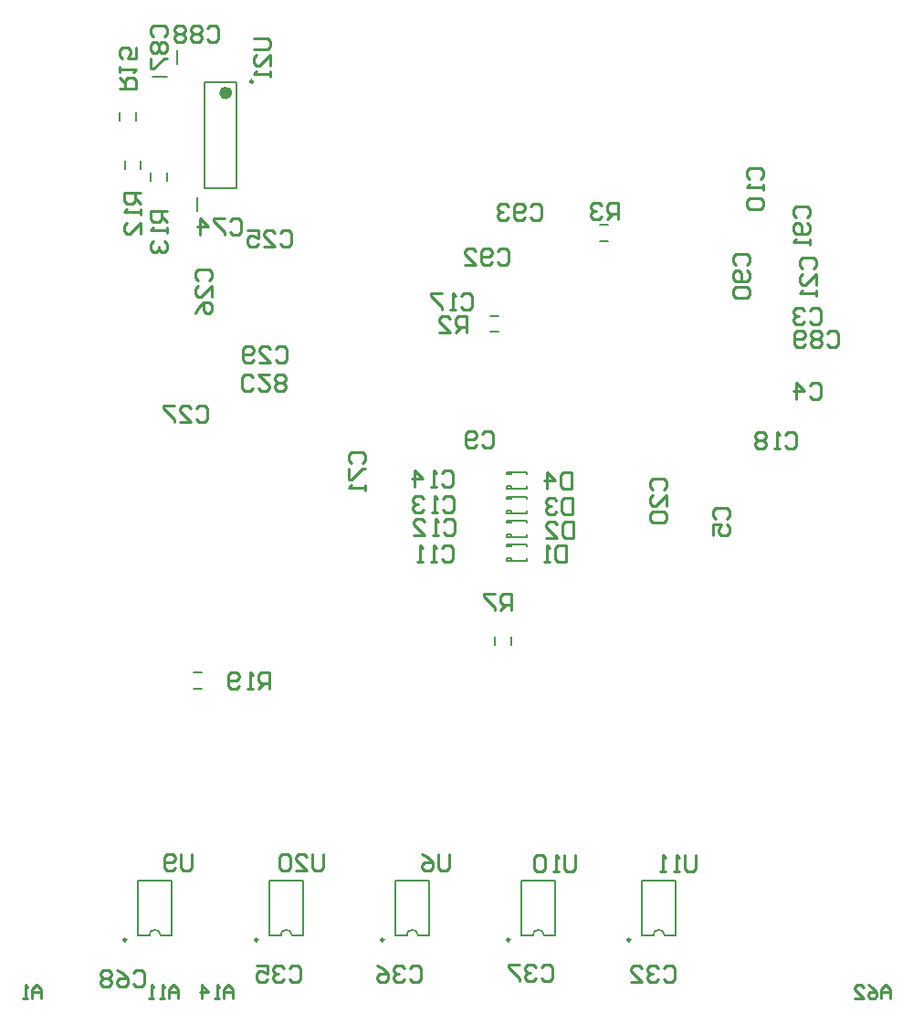
<source format=gbo>
%FSAX25Y25*%
%MOIN*%
G70*
G01*
G75*
G04 Layer_Color=32896*
%ADD10R,0.05118X0.05906*%
%ADD11R,0.10000X0.15000*%
%ADD12O,0.10000X0.15000*%
%ADD13R,0.15000X0.10000*%
%ADD14O,0.15000X0.10000*%
%ADD15R,0.20000X0.09500*%
%ADD16R,0.20000X0.04500*%
%ADD17R,0.04331X0.05512*%
%ADD18R,0.05512X0.04331*%
%ADD19R,0.08661X0.07874*%
%ADD20R,0.04331X0.06693*%
%ADD21R,0.01575X0.08465*%
%ADD22R,0.01575X0.08465*%
%ADD23R,0.06693X0.04331*%
%ADD24R,0.07874X0.08661*%
%ADD25R,0.08000X0.07200*%
%ADD26O,0.06500X0.03000*%
%ADD27R,0.06500X0.03000*%
%ADD28O,0.04000X0.20000*%
%ADD29R,0.01181X0.03169*%
%ADD30R,0.03169X0.01181*%
%ADD31R,0.26378X0.26378*%
%ADD32R,0.06496X0.01181*%
%ADD33R,0.41339X0.33071*%
%ADD34R,0.04134X0.12992*%
%ADD35R,0.33071X0.41339*%
%ADD36R,0.12992X0.04134*%
%ADD37R,0.04331X0.02559*%
%ADD38O,0.07480X0.02362*%
%ADD39C,0.01969*%
%ADD40O,0.02362X0.08661*%
%ADD41R,0.10236X0.05906*%
%ADD42R,0.05100X0.03500*%
%ADD43R,0.05100X0.04700*%
%ADD44R,0.04000X0.16000*%
%ADD45R,0.16000X0.04000*%
%ADD46R,0.05906X0.05118*%
%ADD47O,0.03150X0.00984*%
%ADD48O,0.00984X0.03150*%
%ADD49R,0.10236X0.10236*%
%ADD50C,0.00492*%
%ADD51C,0.03150*%
%ADD52C,0.00787*%
%ADD53C,0.01000*%
%ADD54C,0.01969*%
%ADD55C,0.01181*%
%ADD56C,0.01575*%
%ADD57C,0.02362*%
%ADD58C,0.03937*%
%ADD59C,0.00900*%
%ADD60R,0.05906X0.05906*%
%ADD61C,0.05906*%
%ADD62C,0.05000*%
%ADD63C,0.14961*%
%ADD64C,0.06299*%
%ADD65R,0.06299X0.06299*%
%ADD66C,0.02598*%
%ADD67R,0.05709X0.02165*%
%ADD68O,0.07874X0.01378*%
%ADD69C,0.00984*%
%ADD70C,0.00394*%
%ADD71C,0.00600*%
%ADD72C,0.00720*%
%ADD73C,0.00800*%
%ADD74C,0.00300*%
%ADD75R,0.00100X0.00100*%
%ADD76R,3.15000X0.30000*%
%ADD77R,0.05918X0.06706*%
%ADD78R,0.10800X0.15800*%
%ADD79O,0.10800X0.15800*%
%ADD80R,0.15800X0.10800*%
%ADD81O,0.15800X0.10800*%
%ADD82R,0.20800X0.10300*%
%ADD83R,0.20800X0.05300*%
%ADD84R,0.05131X0.06312*%
%ADD85R,0.06312X0.05131*%
%ADD86R,0.09461X0.08674*%
%ADD87R,0.05131X0.07493*%
%ADD88R,0.02375X0.09265*%
%ADD89R,0.02375X0.09265*%
%ADD90R,0.07493X0.05131*%
%ADD91R,0.08674X0.09461*%
%ADD92R,0.08800X0.08000*%
%ADD93O,0.07300X0.03800*%
%ADD94R,0.07300X0.03800*%
%ADD95O,0.04800X0.20800*%
%ADD96R,0.01981X0.03969*%
%ADD97R,0.03969X0.01981*%
%ADD98R,0.27178X0.27178*%
%ADD99R,0.07296X0.01981*%
%ADD100R,0.42139X0.33871*%
%ADD101R,0.04934X0.13792*%
%ADD102R,0.33871X0.42139*%
%ADD103R,0.13792X0.04934*%
%ADD104R,0.05131X0.03359*%
%ADD105O,0.08280X0.03162*%
%ADD106C,0.02769*%
%ADD107O,0.03162X0.09461*%
%ADD108R,0.11036X0.06706*%
%ADD109R,0.05900X0.04300*%
%ADD110R,0.05900X0.05500*%
%ADD111R,0.04800X0.16800*%
%ADD112R,0.16800X0.04800*%
%ADD113R,0.06706X0.05918*%
%ADD114O,0.03950X0.01784*%
%ADD115O,0.01784X0.03950*%
%ADD116R,0.11036X0.11036*%
%ADD117R,0.06706X0.06706*%
%ADD118C,0.06706*%
%ADD119C,0.05800*%
%ADD120C,0.15761*%
%ADD121C,0.07099*%
%ADD122R,0.07099X0.07099*%
%ADD123R,0.06509X0.02965*%
%ADD124O,0.08674X0.02178*%
%ADD125C,0.03398*%
D52*
X0364507Y0036964D02*
G03*
X0360438Y0036964I-0002034J0000000D01*
G01*
X0320507D02*
G03*
X0316438Y0036964I-0002034J0000000D01*
G01*
X0274506D02*
G03*
X0270438Y0036964I-0002034J0000000D01*
G01*
X0228506D02*
G03*
X0224438Y0036964I-0002034J0000000D01*
G01*
X0180507D02*
G03*
X0176438Y0036964I-0002034J0000000D01*
G01*
X0306890Y0173721D02*
Y0174508D01*
X0314370Y0173721D02*
Y0174508D01*
X0306890Y0178839D02*
Y0179626D01*
X0314370Y0178839D02*
Y0179626D01*
X0306890Y0173721D02*
X0314370D01*
X0306890Y0179626D02*
X0314370D01*
X0306890Y0178839D02*
X0308465D01*
Y0179626D01*
Y0173721D02*
Y0174508D01*
X0306890D02*
X0308465D01*
X0306890Y0182382D02*
Y0183169D01*
X0314370Y0182382D02*
Y0183169D01*
X0306890Y0187500D02*
Y0188287D01*
X0314370Y0187500D02*
Y0188287D01*
X0306890Y0182382D02*
X0314370D01*
X0306890Y0188287D02*
X0314370D01*
X0306890Y0187500D02*
X0308465D01*
Y0188287D01*
Y0182382D02*
Y0183169D01*
X0306890D02*
X0308465D01*
X0306890Y0191043D02*
Y0191831D01*
X0314370Y0191043D02*
Y0191831D01*
X0306890Y0196161D02*
Y0196949D01*
X0314370Y0196161D02*
Y0196949D01*
X0306890Y0191043D02*
X0314370D01*
X0306890Y0196949D02*
X0314370D01*
X0306890Y0196161D02*
X0308465D01*
Y0196949D01*
Y0191043D02*
Y0191831D01*
X0306890D02*
X0308465D01*
X0306890Y0200098D02*
Y0200886D01*
X0314370Y0200098D02*
Y0200886D01*
X0306890Y0205217D02*
Y0206004D01*
X0314370Y0205217D02*
Y0206004D01*
X0306890Y0200098D02*
X0314370D01*
X0306890Y0206004D02*
X0314370D01*
X0306890Y0205217D02*
X0308465D01*
Y0206004D01*
Y0200098D02*
Y0200886D01*
X0306890D02*
X0308465D01*
X0340945Y0296161D02*
X0344094D01*
X0340945Y0290256D02*
X0344094D01*
X0300787Y0263091D02*
X0303937D01*
X0300787Y0257185D02*
X0303937D01*
X0171457Y0334154D02*
Y0337303D01*
X0165551Y0334154D02*
Y0337303D01*
X0173425Y0316437D02*
Y0319587D01*
X0167520Y0316437D02*
Y0319587D01*
X0192520Y0132776D02*
X0195669D01*
X0192520Y0126870D02*
X0195669D01*
X0302559Y0142815D02*
Y0145965D01*
X0308465Y0142815D02*
Y0145965D01*
X0368575Y0036964D02*
Y0057043D01*
X0356370Y0036964D02*
Y0057043D01*
X0368575D01*
X0364507Y0036964D02*
X0368575D01*
X0356370D02*
X0360438D01*
X0324575D02*
Y0057043D01*
X0312370Y0036964D02*
Y0057043D01*
X0324575D01*
X0320507Y0036964D02*
X0324575D01*
X0312370D02*
X0316438D01*
X0278575D02*
Y0057043D01*
X0266370Y0036964D02*
Y0057043D01*
X0278575D01*
X0274506Y0036964D02*
X0278575D01*
X0266370D02*
X0270438D01*
X0232575D02*
Y0057043D01*
X0220370Y0036964D02*
Y0057043D01*
X0232575D01*
X0228506Y0036964D02*
X0232575D01*
X0220370D02*
X0224438D01*
X0184575D02*
Y0057043D01*
X0172370Y0036964D02*
Y0057043D01*
X0184575D01*
X0180507Y0036964D02*
X0184575D01*
X0172370D02*
X0176438D01*
X0186614Y0354823D02*
Y0359941D01*
X0176969Y0312106D02*
Y0315256D01*
X0182874Y0312106D02*
Y0315256D01*
X0194095Y0301279D02*
Y0306398D01*
X0177756Y0350295D02*
X0182874D01*
X0208268Y0309744D02*
Y0348327D01*
X0196457Y0309744D02*
Y0348327D01*
X0208268D01*
X0196457Y0309744D02*
X0208268D01*
D53*
X0220374Y0126870D02*
Y0132868D01*
X0217375D01*
X0216375Y0131869D01*
Y0129869D01*
X0217375Y0128869D01*
X0220374D01*
X0218375D02*
X0216375Y0126870D01*
X0214376D02*
X0212377D01*
X0213376D01*
Y0132868D01*
X0214376Y0131869D01*
X0209378Y0127870D02*
X0208378Y0126870D01*
X0206379D01*
X0205379Y0127870D01*
Y0131869D01*
X0206379Y0132868D01*
X0208378D01*
X0209378Y0131869D01*
Y0130869D01*
X0208378Y0129869D01*
X0205379D01*
X0165551Y0345965D02*
X0171549D01*
Y0348964D01*
X0170550Y0349963D01*
X0168550D01*
X0167551Y0348964D01*
Y0345965D01*
Y0347964D02*
X0165551Y0349963D01*
Y0351963D02*
Y0353962D01*
Y0352962D01*
X0171549D01*
X0170550Y0351963D01*
X0171549Y0360960D02*
Y0356961D01*
X0168550D01*
X0169550Y0358960D01*
Y0359960D01*
X0168550Y0360960D01*
X0166551D01*
X0165551Y0359960D01*
Y0357961D01*
X0166551Y0356961D01*
X0182972Y0301378D02*
X0176974D01*
Y0298379D01*
X0177974Y0297379D01*
X0179973D01*
X0180973Y0298379D01*
Y0301378D01*
Y0299379D02*
X0182972Y0297379D01*
Y0295380D02*
Y0293380D01*
Y0294380D01*
X0176974D01*
X0177974Y0295380D01*
Y0290382D02*
X0176974Y0289382D01*
Y0287383D01*
X0177974Y0286383D01*
X0178974D01*
X0179973Y0287383D01*
Y0288382D01*
Y0287383D01*
X0180973Y0286383D01*
X0181973D01*
X0182972Y0287383D01*
Y0289382D01*
X0181973Y0290382D01*
X0173327Y0308071D02*
X0167329D01*
Y0305072D01*
X0168328Y0304072D01*
X0170328D01*
X0171327Y0305072D01*
Y0308071D01*
Y0306071D02*
X0173327Y0304072D01*
Y0302073D02*
Y0300074D01*
Y0301073D01*
X0167329D01*
X0168328Y0302073D01*
X0173327Y0293076D02*
Y0297074D01*
X0169328Y0293076D01*
X0168328D01*
X0167329Y0294075D01*
Y0296075D01*
X0168328Y0297074D01*
X0205844Y0297518D02*
X0206843Y0298518D01*
X0208843D01*
X0209842Y0297518D01*
Y0293519D01*
X0208843Y0292520D01*
X0206843D01*
X0205844Y0293519D01*
X0203844Y0298518D02*
X0199846D01*
Y0297518D01*
X0203844Y0293519D01*
Y0292520D01*
X0194847D02*
Y0298518D01*
X0197846Y0295519D01*
X0193848D01*
X0417556Y0265038D02*
X0418556Y0266037D01*
X0420555D01*
X0421555Y0265038D01*
Y0261039D01*
X0420555Y0260039D01*
X0418556D01*
X0417556Y0261039D01*
X0415557Y0265038D02*
X0414557Y0266037D01*
X0412558D01*
X0411558Y0265038D01*
Y0264038D01*
X0412558Y0263038D01*
X0413558D01*
X0412558D01*
X0411558Y0262039D01*
Y0261039D01*
X0412558Y0260039D01*
X0414557D01*
X0415557Y0261039D01*
X0417458Y0237479D02*
X0418458Y0238478D01*
X0420457D01*
X0421457Y0237479D01*
Y0233480D01*
X0420457Y0232480D01*
X0418458D01*
X0417458Y0233480D01*
X0412460Y0232480D02*
Y0238478D01*
X0415459Y0235479D01*
X0411460D01*
X0383387Y0188816D02*
X0382388Y0189816D01*
Y0191815D01*
X0383387Y0192815D01*
X0387386D01*
X0388386Y0191815D01*
Y0189816D01*
X0387386Y0188816D01*
X0382388Y0182818D02*
Y0186817D01*
X0385387D01*
X0384387Y0184818D01*
Y0183818D01*
X0385387Y0182818D01*
X0387386D01*
X0388386Y0183818D01*
Y0185817D01*
X0387386Y0186817D01*
X0297773Y0220057D02*
X0298773Y0221057D01*
X0300772D01*
X0301772Y0220057D01*
Y0216059D01*
X0300772Y0215059D01*
X0298773D01*
X0297773Y0216059D01*
X0295774D02*
X0294774Y0215059D01*
X0292775D01*
X0291775Y0216059D01*
Y0220057D01*
X0292775Y0221057D01*
X0294774D01*
X0295774Y0220057D01*
Y0219058D01*
X0294774Y0218058D01*
X0291775D01*
X0395691Y0312930D02*
X0394691Y0313930D01*
Y0315929D01*
X0395691Y0316929D01*
X0399689D01*
X0400689Y0315929D01*
Y0313930D01*
X0399689Y0312930D01*
X0400689Y0310931D02*
Y0308932D01*
Y0309931D01*
X0394691D01*
X0395691Y0310931D01*
Y0305933D02*
X0394691Y0304933D01*
Y0302934D01*
X0395691Y0301934D01*
X0399689D01*
X0400689Y0302934D01*
Y0304933D01*
X0399689Y0305933D01*
X0395691D01*
X0283304Y0178325D02*
X0284304Y0179325D01*
X0286303D01*
X0287303Y0178325D01*
Y0174326D01*
X0286303Y0173327D01*
X0284304D01*
X0283304Y0174326D01*
X0281305Y0173327D02*
X0279306D01*
X0280305D01*
Y0179325D01*
X0281305Y0178325D01*
X0276307Y0173327D02*
X0274307D01*
X0275307D01*
Y0179325D01*
X0276307Y0178325D01*
X0283797Y0187971D02*
X0284796Y0188970D01*
X0286796D01*
X0287795Y0187971D01*
Y0183972D01*
X0286796Y0182972D01*
X0284796D01*
X0283797Y0183972D01*
X0281797Y0182972D02*
X0279798D01*
X0280798D01*
Y0188970D01*
X0281797Y0187971D01*
X0272800Y0182972D02*
X0276799D01*
X0272800Y0186971D01*
Y0187971D01*
X0273800Y0188970D01*
X0275799D01*
X0276799Y0187971D01*
X0283698Y0196239D02*
X0284698Y0197238D01*
X0286697D01*
X0287697Y0196239D01*
Y0192240D01*
X0286697Y0191240D01*
X0284698D01*
X0283698Y0192240D01*
X0281699Y0191240D02*
X0279699D01*
X0280699D01*
Y0197238D01*
X0281699Y0196239D01*
X0276700D02*
X0275701Y0197238D01*
X0273701D01*
X0272702Y0196239D01*
Y0195239D01*
X0273701Y0194239D01*
X0274701D01*
X0273701D01*
X0272702Y0193239D01*
Y0192240D01*
X0273701Y0191240D01*
X0275701D01*
X0276700Y0192240D01*
X0283304Y0205490D02*
X0284304Y0206490D01*
X0286303D01*
X0287303Y0205490D01*
Y0201492D01*
X0286303Y0200492D01*
X0284304D01*
X0283304Y0201492D01*
X0281305Y0200492D02*
X0279306D01*
X0280305D01*
Y0206490D01*
X0281305Y0205490D01*
X0273308Y0200492D02*
Y0206490D01*
X0276307Y0203491D01*
X0272308D01*
X0290293Y0270254D02*
X0291292Y0271254D01*
X0293292D01*
X0294291Y0270254D01*
Y0266256D01*
X0293292Y0265256D01*
X0291292D01*
X0290293Y0266256D01*
X0288293Y0265256D02*
X0286294D01*
X0287294D01*
Y0271254D01*
X0288293Y0270254D01*
X0283295Y0271254D02*
X0279296D01*
Y0270254D01*
X0283295Y0266256D01*
Y0265256D01*
X0408698Y0219467D02*
X0409698Y0220467D01*
X0411697D01*
X0412697Y0219467D01*
Y0215468D01*
X0411697Y0214469D01*
X0409698D01*
X0408698Y0215468D01*
X0406699Y0214469D02*
X0404699D01*
X0405699D01*
Y0220467D01*
X0406699Y0219467D01*
X0401700D02*
X0400701Y0220467D01*
X0398701D01*
X0397702Y0219467D01*
Y0218467D01*
X0398701Y0217467D01*
X0397702Y0216468D01*
Y0215468D01*
X0398701Y0214469D01*
X0400701D01*
X0401700Y0215468D01*
Y0216468D01*
X0400701Y0217467D01*
X0401700Y0218467D01*
Y0219467D01*
X0400701Y0217467D02*
X0398701D01*
X0360258Y0199446D02*
X0359258Y0200446D01*
Y0202445D01*
X0360258Y0203445D01*
X0364256D01*
X0365256Y0202445D01*
Y0200446D01*
X0364256Y0199446D01*
X0365256Y0193448D02*
Y0197447D01*
X0361257Y0193448D01*
X0360258D01*
X0359258Y0194448D01*
Y0196447D01*
X0360258Y0197447D01*
Y0191449D02*
X0359258Y0190449D01*
Y0188450D01*
X0360258Y0187450D01*
X0364256D01*
X0365256Y0188450D01*
Y0190449D01*
X0364256Y0191449D01*
X0360258D01*
X0414884Y0280352D02*
X0413884Y0281351D01*
Y0283351D01*
X0414884Y0284350D01*
X0418882D01*
X0419882Y0283351D01*
Y0281351D01*
X0418882Y0280352D01*
X0419882Y0274354D02*
Y0278352D01*
X0415883Y0274354D01*
X0414884D01*
X0413884Y0275353D01*
Y0277353D01*
X0414884Y0278352D01*
X0419882Y0272354D02*
Y0270355D01*
Y0271355D01*
X0413884D01*
X0414884Y0272354D01*
X0328543Y0179325D02*
Y0173327D01*
X0325544D01*
X0324545Y0174326D01*
Y0178325D01*
X0325544Y0179325D01*
X0328543D01*
X0322545Y0173327D02*
X0320546D01*
X0321546D01*
Y0179325D01*
X0322545Y0178325D01*
X0331398Y0188085D02*
Y0182087D01*
X0328399D01*
X0327399Y0183086D01*
Y0187085D01*
X0328399Y0188085D01*
X0331398D01*
X0321401Y0182087D02*
X0325400D01*
X0321401Y0186085D01*
Y0187085D01*
X0322401Y0188085D01*
X0324400D01*
X0325400Y0187085D01*
X0331102Y0196648D02*
Y0190650D01*
X0328103D01*
X0327104Y0191649D01*
Y0195648D01*
X0328103Y0196648D01*
X0331102D01*
X0325104Y0195648D02*
X0324105Y0196648D01*
X0322105D01*
X0321106Y0195648D01*
Y0194648D01*
X0322105Y0193649D01*
X0323105D01*
X0322105D01*
X0321106Y0192649D01*
Y0191649D01*
X0322105Y0190650D01*
X0324105D01*
X0325104Y0191649D01*
X0330512Y0205801D02*
Y0199803D01*
X0327513D01*
X0326513Y0200803D01*
Y0204802D01*
X0327513Y0205801D01*
X0330512D01*
X0321515Y0199803D02*
Y0205801D01*
X0324514Y0202802D01*
X0320515D01*
X0292323Y0257087D02*
Y0263085D01*
X0289324D01*
X0288324Y0262085D01*
Y0260086D01*
X0289324Y0259086D01*
X0292323D01*
X0290323D02*
X0288324Y0257087D01*
X0282326D02*
X0286325D01*
X0282326Y0261085D01*
Y0262085D01*
X0283326Y0263085D01*
X0285325D01*
X0286325Y0262085D01*
X0347638Y0298327D02*
Y0304325D01*
X0344639D01*
X0343639Y0303325D01*
Y0301326D01*
X0344639Y0300326D01*
X0347638D01*
X0345638D02*
X0343639Y0298327D01*
X0341640Y0303325D02*
X0340640Y0304325D01*
X0338641D01*
X0337641Y0303325D01*
Y0302326D01*
X0338641Y0301326D01*
X0339640D01*
X0338641D01*
X0337641Y0300326D01*
Y0299326D01*
X0338641Y0298327D01*
X0340640D01*
X0341640Y0299326D01*
X0308490Y0155510D02*
Y0161508D01*
X0305491D01*
X0304492Y0160509D01*
Y0158509D01*
X0305491Y0157510D01*
X0308490D01*
X0306491D02*
X0304492Y0155510D01*
X0302492Y0161508D02*
X0298494D01*
Y0160509D01*
X0302492Y0156510D01*
Y0155510D01*
X0224381Y0293159D02*
X0225380Y0294159D01*
X0227380D01*
X0228380Y0293159D01*
Y0289160D01*
X0227380Y0288161D01*
X0225380D01*
X0224381Y0289160D01*
X0218383Y0288161D02*
X0222381D01*
X0218383Y0292159D01*
Y0293159D01*
X0219382Y0294159D01*
X0221382D01*
X0222381Y0293159D01*
X0212385Y0294159D02*
X0216383D01*
Y0291160D01*
X0214384Y0292159D01*
X0213384D01*
X0212385Y0291160D01*
Y0289160D01*
X0213384Y0288161D01*
X0215384D01*
X0216383Y0289160D01*
X0194313Y0275824D02*
X0193313Y0276824D01*
Y0278823D01*
X0194313Y0279823D01*
X0198311D01*
X0199311Y0278823D01*
Y0276824D01*
X0198311Y0275824D01*
X0199311Y0269826D02*
Y0273825D01*
X0195312Y0269826D01*
X0194313D01*
X0193313Y0270826D01*
Y0272825D01*
X0194313Y0273825D01*
X0193313Y0263828D02*
X0194313Y0265827D01*
X0196312Y0267827D01*
X0198311D01*
X0199311Y0266827D01*
Y0264828D01*
X0198311Y0263828D01*
X0197312D01*
X0196312Y0264828D01*
Y0267827D01*
X0193639Y0229113D02*
X0194639Y0230112D01*
X0196638D01*
X0197638Y0229113D01*
Y0225114D01*
X0196638Y0224114D01*
X0194639D01*
X0193639Y0225114D01*
X0187641Y0224114D02*
X0191640D01*
X0187641Y0228113D01*
Y0229113D01*
X0188641Y0230112D01*
X0190640D01*
X0191640Y0229113D01*
X0185642Y0230112D02*
X0181643D01*
Y0229113D01*
X0185642Y0225114D01*
Y0224114D01*
X0214333Y0236439D02*
X0213334Y0235439D01*
X0211334D01*
X0210335Y0236439D01*
Y0240437D01*
X0211334Y0241437D01*
X0213334D01*
X0214333Y0240437D01*
X0220331Y0241437D02*
X0216333D01*
X0220331Y0237438D01*
Y0236439D01*
X0219332Y0235439D01*
X0217332D01*
X0216333Y0236439D01*
X0222331D02*
X0223330Y0235439D01*
X0225330D01*
X0226329Y0236439D01*
Y0237438D01*
X0225330Y0238438D01*
X0226329Y0239438D01*
Y0240437D01*
X0225330Y0241437D01*
X0223330D01*
X0222331Y0240437D01*
Y0239438D01*
X0223330Y0238438D01*
X0222331Y0237438D01*
Y0236439D01*
X0223330Y0238438D02*
X0225330D01*
X0222478Y0250865D02*
X0223477Y0251864D01*
X0225477D01*
X0226476Y0250865D01*
Y0246866D01*
X0225477Y0245866D01*
X0223477D01*
X0222478Y0246866D01*
X0216480Y0245866D02*
X0220478D01*
X0216480Y0249865D01*
Y0250865D01*
X0217479Y0251864D01*
X0219479D01*
X0220478Y0250865D01*
X0214480Y0246866D02*
X0213480Y0245866D01*
X0211481D01*
X0210482Y0246866D01*
Y0250865D01*
X0211481Y0251864D01*
X0213480D01*
X0214480Y0250865D01*
Y0249865D01*
X0213480Y0248865D01*
X0210482D01*
X0364111Y0024782D02*
X0365111Y0025782D01*
X0367111D01*
X0368110Y0024782D01*
Y0020783D01*
X0367111Y0019783D01*
X0365111D01*
X0364111Y0020783D01*
X0362112Y0024782D02*
X0361112Y0025782D01*
X0359113D01*
X0358114Y0024782D01*
Y0023782D01*
X0359113Y0022783D01*
X0360113D01*
X0359113D01*
X0358114Y0021783D01*
Y0020783D01*
X0359113Y0019783D01*
X0361112D01*
X0362112Y0020783D01*
X0352115Y0019783D02*
X0356114D01*
X0352115Y0023782D01*
Y0024782D01*
X0353115Y0025782D01*
X0355114D01*
X0356114Y0024782D01*
X0227497D02*
X0228497Y0025782D01*
X0230496D01*
X0231496Y0024782D01*
Y0020783D01*
X0230496Y0019783D01*
X0228497D01*
X0227497Y0020783D01*
X0225498Y0024782D02*
X0224498Y0025782D01*
X0222499D01*
X0221499Y0024782D01*
Y0023782D01*
X0222499Y0022783D01*
X0223499D01*
X0222499D01*
X0221499Y0021783D01*
Y0020783D01*
X0222499Y0019783D01*
X0224498D01*
X0225498Y0020783D01*
X0215501Y0025782D02*
X0219500D01*
Y0022783D01*
X0217501Y0023782D01*
X0216501D01*
X0215501Y0022783D01*
Y0020783D01*
X0216501Y0019783D01*
X0218500D01*
X0219500Y0020783D01*
X0271493Y0024782D02*
X0272493Y0025782D01*
X0274493D01*
X0275492Y0024782D01*
Y0020783D01*
X0274493Y0019783D01*
X0272493D01*
X0271493Y0020783D01*
X0269494Y0024782D02*
X0268494Y0025782D01*
X0266495D01*
X0265495Y0024782D01*
Y0023782D01*
X0266495Y0022783D01*
X0267495D01*
X0266495D01*
X0265495Y0021783D01*
Y0020783D01*
X0266495Y0019783D01*
X0268494D01*
X0269494Y0020783D01*
X0259497Y0025782D02*
X0261497Y0024782D01*
X0263496Y0022783D01*
Y0020783D01*
X0262496Y0019783D01*
X0260497D01*
X0259497Y0020783D01*
Y0021783D01*
X0260497Y0022783D01*
X0263496D01*
X0319525Y0025176D02*
X0320525Y0026175D01*
X0322524D01*
X0323524Y0025176D01*
Y0021177D01*
X0322524Y0020177D01*
X0320525D01*
X0319525Y0021177D01*
X0317526Y0025176D02*
X0316526Y0026175D01*
X0314527D01*
X0313527Y0025176D01*
Y0024176D01*
X0314527Y0023176D01*
X0315526D01*
X0314527D01*
X0313527Y0022176D01*
Y0021177D01*
X0314527Y0020177D01*
X0316526D01*
X0317526Y0021177D01*
X0311527Y0026175D02*
X0307529D01*
Y0025176D01*
X0311527Y0021177D01*
Y0020177D01*
X0170509Y0023207D02*
X0171509Y0024207D01*
X0173508D01*
X0174508Y0023207D01*
Y0019208D01*
X0173508Y0018209D01*
X0171509D01*
X0170509Y0019208D01*
X0164511Y0024207D02*
X0166510Y0023207D01*
X0168510Y0021208D01*
Y0019208D01*
X0167510Y0018209D01*
X0165511D01*
X0164511Y0019208D01*
Y0020208D01*
X0165511Y0021208D01*
X0168510D01*
X0162512Y0023207D02*
X0161512Y0024207D01*
X0159513D01*
X0158513Y0023207D01*
Y0022207D01*
X0159513Y0021208D01*
X0158513Y0020208D01*
Y0019208D01*
X0159513Y0018209D01*
X0161512D01*
X0162512Y0019208D01*
Y0020208D01*
X0161512Y0021208D01*
X0162512Y0022207D01*
Y0023207D01*
X0161512Y0021208D02*
X0159513D01*
X0286072Y0066438D02*
Y0061440D01*
X0285073Y0060440D01*
X0283073D01*
X0282074Y0061440D01*
Y0066438D01*
X0276076D02*
X0278075Y0065439D01*
X0280074Y0063439D01*
Y0061440D01*
X0279075Y0060440D01*
X0277075D01*
X0276076Y0061440D01*
Y0062440D01*
X0277075Y0063439D01*
X0280074D01*
X0192072Y0066438D02*
Y0061440D01*
X0191073Y0060440D01*
X0189073D01*
X0188074Y0061440D01*
Y0066438D01*
X0186074Y0061440D02*
X0185075Y0060440D01*
X0183075D01*
X0182076Y0061440D01*
Y0065439D01*
X0183075Y0066438D01*
X0185075D01*
X0186074Y0065439D01*
Y0064439D01*
X0185075Y0063439D01*
X0182076D01*
X0332072Y0066402D02*
Y0061404D01*
X0331073Y0060404D01*
X0329073D01*
X0328074Y0061404D01*
Y0066402D01*
X0326074Y0060404D02*
X0324075D01*
X0325075D01*
Y0066402D01*
X0326074Y0065402D01*
X0321076D02*
X0320076Y0066402D01*
X0318077D01*
X0317077Y0065402D01*
Y0061404D01*
X0318077Y0060404D01*
X0320076D01*
X0321076Y0061404D01*
Y0065402D01*
X0376072Y0066402D02*
Y0061404D01*
X0375073Y0060404D01*
X0373073D01*
X0372074Y0061404D01*
Y0066402D01*
X0370074Y0060404D02*
X0368075D01*
X0369075D01*
Y0066402D01*
X0370074Y0065402D01*
X0365076Y0060404D02*
X0363077D01*
X0364076D01*
Y0066402D01*
X0365076Y0065402D01*
X0240072Y0066438D02*
Y0061440D01*
X0239073Y0060440D01*
X0237073D01*
X0236074Y0061440D01*
Y0066438D01*
X0230076Y0060440D02*
X0234074D01*
X0230076Y0064439D01*
Y0065439D01*
X0231075Y0066438D01*
X0233075D01*
X0234074Y0065439D01*
X0228076D02*
X0227077Y0066438D01*
X0225077D01*
X0224078Y0065439D01*
Y0061440D01*
X0225077Y0060440D01*
X0227077D01*
X0228076Y0061440D01*
Y0065439D01*
X0250120Y0209190D02*
X0249120Y0210190D01*
Y0212189D01*
X0250120Y0213189D01*
X0254118D01*
X0255118Y0212189D01*
Y0210190D01*
X0254118Y0209190D01*
X0249120Y0207191D02*
Y0203192D01*
X0250120D01*
X0254118Y0207191D01*
X0255118D01*
Y0201193D02*
Y0199194D01*
Y0200193D01*
X0249120D01*
X0250120Y0201193D01*
X0177777Y0365096D02*
X0176778Y0366095D01*
Y0368095D01*
X0177777Y0369094D01*
X0181776D01*
X0182776Y0368095D01*
Y0366095D01*
X0181776Y0365096D01*
X0177777Y0363096D02*
X0176778Y0362097D01*
Y0360097D01*
X0177777Y0359098D01*
X0178777D01*
X0179777Y0360097D01*
X0180776Y0359098D01*
X0181776D01*
X0182776Y0360097D01*
Y0362097D01*
X0181776Y0363096D01*
X0180776D01*
X0179777Y0362097D01*
X0178777Y0363096D01*
X0177777D01*
X0179777Y0362097D02*
Y0360097D01*
X0176778Y0357098D02*
Y0353100D01*
X0177777D01*
X0181776Y0357098D01*
X0182776D01*
X0197478Y0367990D02*
X0198477Y0368990D01*
X0200477D01*
X0201476Y0367990D01*
Y0363992D01*
X0200477Y0362992D01*
X0198477D01*
X0197478Y0363992D01*
X0195478Y0367990D02*
X0194479Y0368990D01*
X0192479D01*
X0191480Y0367990D01*
Y0366991D01*
X0192479Y0365991D01*
X0191480Y0364991D01*
Y0363992D01*
X0192479Y0362992D01*
X0194479D01*
X0195478Y0363992D01*
Y0364991D01*
X0194479Y0365991D01*
X0195478Y0366991D01*
Y0367990D01*
X0194479Y0365991D02*
X0192479D01*
X0189480Y0367990D02*
X0188481Y0368990D01*
X0186481D01*
X0185482Y0367990D01*
Y0366991D01*
X0186481Y0365991D01*
X0185482Y0364991D01*
Y0363992D01*
X0186481Y0362992D01*
X0188481D01*
X0189480Y0363992D01*
Y0364991D01*
X0188481Y0365991D01*
X0189480Y0366991D01*
Y0367990D01*
X0188481Y0365991D02*
X0186481D01*
X0423856Y0256672D02*
X0424855Y0257671D01*
X0426855D01*
X0427854Y0256672D01*
Y0252673D01*
X0426855Y0251673D01*
X0424855D01*
X0423856Y0252673D01*
X0421856Y0256672D02*
X0420857Y0257671D01*
X0418857D01*
X0417858Y0256672D01*
Y0255672D01*
X0418857Y0254672D01*
X0417858Y0253673D01*
Y0252673D01*
X0418857Y0251673D01*
X0420857D01*
X0421856Y0252673D01*
Y0253673D01*
X0420857Y0254672D01*
X0421856Y0255672D01*
Y0256672D01*
X0420857Y0254672D02*
X0418857D01*
X0415858Y0252673D02*
X0414858Y0251673D01*
X0412859D01*
X0411860Y0252673D01*
Y0256672D01*
X0412859Y0257671D01*
X0414858D01*
X0415858Y0256672D01*
Y0255672D01*
X0414858Y0254672D01*
X0411860D01*
X0390474Y0281434D02*
X0389474Y0282434D01*
Y0284433D01*
X0390474Y0285433D01*
X0394473D01*
X0395472Y0284433D01*
Y0282434D01*
X0394473Y0281434D01*
Y0279435D02*
X0395472Y0278435D01*
Y0276436D01*
X0394473Y0275436D01*
X0390474D01*
X0389474Y0276436D01*
Y0278435D01*
X0390474Y0279435D01*
X0391474D01*
X0392473Y0278435D01*
Y0275436D01*
X0390474Y0273437D02*
X0389474Y0272437D01*
Y0270438D01*
X0390474Y0269438D01*
X0394473D01*
X0395472Y0270438D01*
Y0272437D01*
X0394473Y0273437D01*
X0390474D01*
X0412521Y0298954D02*
X0411522Y0299954D01*
Y0301953D01*
X0412521Y0302953D01*
X0416520D01*
X0417520Y0301953D01*
Y0299954D01*
X0416520Y0298954D01*
Y0296955D02*
X0417520Y0295955D01*
Y0293956D01*
X0416520Y0292956D01*
X0412521D01*
X0411522Y0293956D01*
Y0295955D01*
X0412521Y0296955D01*
X0413521D01*
X0414521Y0295955D01*
Y0292956D01*
X0417520Y0290957D02*
Y0288957D01*
Y0289957D01*
X0411522D01*
X0412521Y0290957D01*
X0303512Y0286490D02*
X0304511Y0287489D01*
X0306511D01*
X0307510Y0286490D01*
Y0282491D01*
X0306511Y0281491D01*
X0304511D01*
X0303512Y0282491D01*
X0301512D02*
X0300513Y0281491D01*
X0298513D01*
X0297514Y0282491D01*
Y0286490D01*
X0298513Y0287489D01*
X0300513D01*
X0301512Y0286490D01*
Y0285490D01*
X0300513Y0284490D01*
X0297514D01*
X0291515Y0281491D02*
X0295514D01*
X0291515Y0285490D01*
Y0286490D01*
X0292515Y0287489D01*
X0294514D01*
X0295514Y0286490D01*
X0315674Y0302996D02*
X0316673Y0303996D01*
X0318673D01*
X0319672Y0302996D01*
Y0298997D01*
X0318673Y0297998D01*
X0316673D01*
X0315674Y0298997D01*
X0313674D02*
X0312675Y0297998D01*
X0310675D01*
X0309676Y0298997D01*
Y0302996D01*
X0310675Y0303996D01*
X0312675D01*
X0313674Y0302996D01*
Y0301996D01*
X0312675Y0300997D01*
X0309676D01*
X0307676Y0302996D02*
X0306677Y0303996D01*
X0304677D01*
X0303678Y0302996D01*
Y0301996D01*
X0304677Y0300997D01*
X0305677D01*
X0304677D01*
X0303678Y0299997D01*
Y0298997D01*
X0304677Y0297998D01*
X0306677D01*
X0307676Y0298997D01*
X0214573Y0364272D02*
X0219571D01*
X0220571Y0363272D01*
Y0361273D01*
X0219571Y0360273D01*
X0214573D01*
X0220571Y0354275D02*
Y0358274D01*
X0216572Y0354275D01*
X0215573D01*
X0214573Y0355275D01*
Y0357274D01*
X0215573Y0358274D01*
X0220571Y0352275D02*
Y0350276D01*
Y0351276D01*
X0214573D01*
X0215573Y0352275D01*
X0136772Y0014004D02*
Y0017203D01*
X0135173Y0018802D01*
X0133573Y0017203D01*
Y0014004D01*
Y0016403D01*
X0136772D01*
X0131974Y0014004D02*
X0130375D01*
X0131174D01*
Y0018802D01*
X0131974Y0018003D01*
X0206772Y0014004D02*
Y0017203D01*
X0205173Y0018802D01*
X0203573Y0017203D01*
Y0014004D01*
Y0016403D01*
X0206772D01*
X0201974Y0014004D02*
X0200375D01*
X0201174D01*
Y0018802D01*
X0201974Y0018003D01*
X0195576Y0014004D02*
Y0018802D01*
X0197975Y0016403D01*
X0194776D01*
X0446772Y0014004D02*
Y0017203D01*
X0445173Y0018802D01*
X0443574Y0017203D01*
Y0014004D01*
Y0016403D01*
X0446772D01*
X0438775Y0018802D02*
X0440375Y0018003D01*
X0441974Y0016403D01*
Y0014804D01*
X0441174Y0014004D01*
X0439575D01*
X0438775Y0014804D01*
Y0015603D01*
X0439575Y0016403D01*
X0441974D01*
X0433977Y0014004D02*
X0437176D01*
X0433977Y0017203D01*
Y0018003D01*
X0434776Y0018802D01*
X0436376D01*
X0437176Y0018003D01*
X0186772Y0014004D02*
Y0017203D01*
X0185173Y0018802D01*
X0183573Y0017203D01*
Y0014004D01*
Y0016403D01*
X0186772D01*
X0181974Y0014004D02*
X0180375D01*
X0181174D01*
Y0018802D01*
X0181974Y0018003D01*
X0177975Y0014004D02*
X0176376D01*
X0177175D01*
Y0018802D01*
X0177975Y0018003D01*
D57*
X0205512Y0344390D02*
G03*
X0205512Y0344390I-0001181J0000000D01*
G01*
D69*
X0352039Y0035291D02*
G03*
X0352039Y0035291I-0000492J0000000D01*
G01*
X0308039D02*
G03*
X0308039Y0035291I-0000492J0000000D01*
G01*
X0262039D02*
G03*
X0262039Y0035291I-0000492J0000000D01*
G01*
X0216039D02*
G03*
X0216039Y0035291I-0000492J0000000D01*
G01*
X0168039D02*
G03*
X0168039Y0035291I-0000492J0000000D01*
G01*
X0214272Y0348524D02*
G03*
X0214272Y0348524I-0000492J0000000D01*
G01*
M02*

</source>
